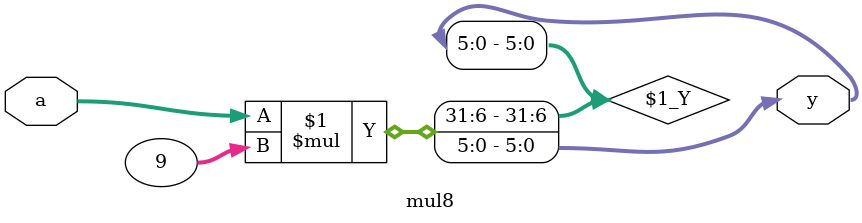
<source format=v>
module mul8 (input [2:0] a , output [5:0] y);
	assign y = a * 9;
endmodule


</source>
